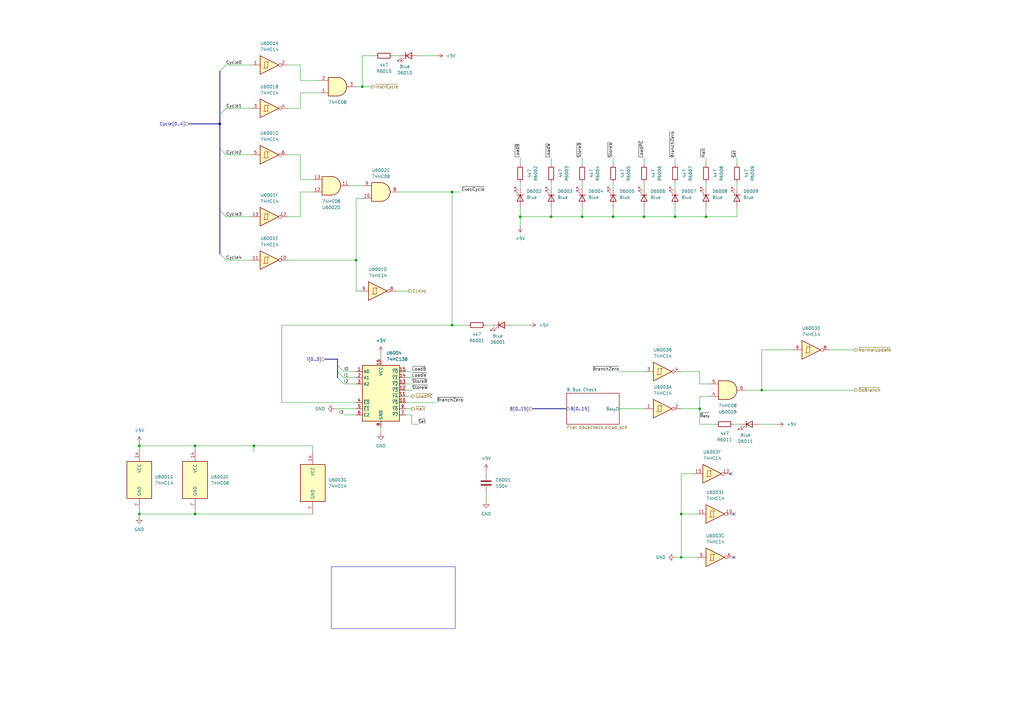
<source format=kicad_sch>
(kicad_sch (version 20231120) (generator "eeschema") (generator_version "8.0")
  (paper "A3")
  (lib_symbols
    (symbol "74xx:74HC138"
      (property "Reference" "U" (at -7.62 13.97 0))
      (property "Value" "74HC138" (at 2.54 -11.43 0))
      (symbol "74HC138_0_1"
        (rectangle (start -7.62 12.7) (end 7.62 -10.16) (stroke (width 0.254)) (fill (type background)))
      )
      (symbol "74HC138_1_1"
        (pin input line (at -10.16 10.16 0) (length 2.54) (name "A0") (number "1"))
        (pin output line (at 10.16 -2.54 180) (length 2.54) (name "~{Y5}") (number "10"))
        (pin output line (at 10.16 0 180) (length 2.54) (name "~{Y4}") (number "11"))
        (pin output line (at 10.16 2.54 180) (length 2.54) (name "~{Y3}") (number "12"))
        (pin output line (at 10.16 5.08 180) (length 2.54) (name "~{Y2}") (number "13"))
        (pin output line (at 10.16 7.62 180) (length 2.54) (name "~{Y1}") (number "14"))
        (pin output line (at 10.16 10.16 180) (length 2.54) (name "~{Y0}") (number "15"))
        (pin power_in line (at 0 15.24 270) (length 2.54) (name "VCC") (number "16"))
        (pin input line (at -10.16 7.62 0) (length 2.54) (name "A1") (number "2"))
        (pin input line (at -10.16 5.08 0) (length 2.54) (name "A2") (number "3"))
        (pin input line (at -10.16 -2.54 0) (length 2.54) (name "~{E0}") (number "4"))
        (pin input line (at -10.16 -5.08 0) (length 2.54) (name "~{E1}") (number "5"))
        (pin input line (at -10.16 -7.62 0) (length 2.54) (name "E2") (number "6"))
        (pin output line (at 10.16 -7.62 180) (length 2.54) (name "~{Y7}") (number "7"))
        (pin power_in line (at 0 -12.7 90) (length 2.54) (name "GND") (number "8"))
        (pin output line (at 10.16 -5.08 180) (length 2.54) (name "~{Y6}") (number "9"))
      )
    )
    (symbol "74xx:74HC14" (pin_names (offset 1.016))
      (property "Reference" "U" (at 0 1.27 0))
      (property "Value" "74HC14" (at 0 -1.27 0))
      (symbol "74HC14_1_0"
        (polyline (pts (xy -3.81 3.81) (xy -3.81 -3.81) (xy 3.81 0) (xy -3.81 3.81)) (stroke (width 0.254)) (fill (type background)))
        (pin input line (at -7.62 0 0) (length 3.81) (name "~") (number "1"))
        (pin output inverted (at 7.62 0 180) (length 3.81) (name "~") (number "2"))
      )
      (symbol "74HC14_1_1"
        (polyline (pts (xy -1.905 -1.27) (xy -1.905 1.27) (xy -0.635 1.27)))
        (polyline (pts (xy -2.54 -1.27) (xy -0.635 -1.27) (xy -0.635 1.27) (xy 0 1.27)))
      )
      (symbol "74HC14_2_0"
        (polyline (pts (xy -3.81 3.81) (xy -3.81 -3.81) (xy 3.81 0) (xy -3.81 3.81)) (stroke (width 0.254)) (fill (type background)))
        (pin input line (at -7.62 0 0) (length 3.81) (name "~") (number "3"))
        (pin output inverted (at 7.62 0 180) (length 3.81) (name "~") (number "4"))
      )
      (symbol "74HC14_2_1"
        (polyline (pts (xy -1.905 -1.27) (xy -1.905 1.27) (xy -0.635 1.27)))
        (polyline (pts (xy -2.54 -1.27) (xy -0.635 -1.27) (xy -0.635 1.27) (xy 0 1.27)))
      )
      (symbol "74HC14_3_0"
        (polyline (pts (xy -3.81 3.81) (xy -3.81 -3.81) (xy 3.81 0) (xy -3.81 3.81)) (stroke (width 0.254)) (fill (type background)))
        (pin input line (at -7.62 0 0) (length 3.81) (name "~") (number "5"))
        (pin output inverted (at 7.62 0 180) (length 3.81) (name "~") (number "6"))
      )
      (symbol "74HC14_3_1"
        (polyline (pts (xy -1.905 -1.27) (xy -1.905 1.27) (xy -0.635 1.27)))
        (polyline (pts (xy -2.54 -1.27) (xy -0.635 -1.27) (xy -0.635 1.27) (xy 0 1.27)))
      )
      (symbol "74HC14_4_0"
        (polyline (pts (xy -3.81 3.81) (xy -3.81 -3.81) (xy 3.81 0) (xy -3.81 3.81)) (stroke (width 0.254)) (fill (type background)))
        (pin output inverted (at 7.62 0 180) (length 3.81) (name "~") (number "8"))
        (pin input line (at -7.62 0 0) (length 3.81) (name "~") (number "9"))
      )
      (symbol "74HC14_4_1"
        (polyline (pts (xy -1.905 -1.27) (xy -1.905 1.27) (xy -0.635 1.27)))
        (polyline (pts (xy -2.54 -1.27) (xy -0.635 -1.27) (xy -0.635 1.27) (xy 0 1.27)))
      )
      (symbol "74HC14_5_0"
        (polyline (pts (xy -3.81 3.81) (xy -3.81 -3.81) (xy 3.81 0) (xy -3.81 3.81)) (stroke (width 0.254)) (fill (type background)))
        (pin output inverted (at 7.62 0 180) (length 3.81) (name "~") (number "10"))
        (pin input line (at -7.62 0 0) (length 3.81) (name "~") (number "11"))
      )
      (symbol "74HC14_5_1"
        (polyline (pts (xy -1.905 -1.27) (xy -1.905 1.27) (xy -0.635 1.27)))
        (polyline (pts (xy -2.54 -1.27) (xy -0.635 -1.27) (xy -0.635 1.27) (xy 0 1.27)))
      )
      (symbol "74HC14_6_0"
        (polyline (pts (xy -3.81 3.81) (xy -3.81 -3.81) (xy 3.81 0) (xy -3.81 3.81)) (stroke (width 0.254)) (fill (type background)))
        (pin output inverted (at 7.62 0 180) (length 3.81) (name "~") (number "12"))
        (pin input line (at -7.62 0 0) (length 3.81) (name "~") (number "13"))
      )
      (symbol "74HC14_6_1"
        (polyline (pts (xy -1.905 -1.27) (xy -1.905 1.27) (xy -0.635 1.27)))
        (polyline (pts (xy -2.54 -1.27) (xy -0.635 -1.27) (xy -0.635 1.27) (xy 0 1.27)))
      )
      (symbol "74HC14_7_0"
        (pin power_in line (at 0 12.7 270) (length 5.08) (name "VCC") (number "14"))
        (pin power_in line (at 0 -12.7 90) (length 5.08) (name "GND") (number "7"))
      )
      (symbol "74HC14_7_1"
        (rectangle (start -5.08 7.62) (end 5.08 -7.62) (stroke (width 0.254)) (fill (type background)))
      )
    )
    (symbol "74xx:74LS08" (pin_names (offset 1.016))
      (property "Reference" "U" (at 0 1.27 0))
      (property "Value" "74LS08" (at 0 -1.27 0))
      (symbol "74LS08_1_1"
        (arc (start 0 -3.81) (mid 3.7934 0) (end 0 3.81) (stroke (width 0.254)) (fill (type background)))
        (polyline (pts (xy 0 3.81) (xy -3.81 3.81) (xy -3.81 -3.81) (xy 0 -3.81)) (stroke (width 0.254)) (fill (type background)))
        (pin input line (at -7.62 2.54 0) (length 3.81) (name "~") (number "1"))
        (pin input line (at -7.62 -2.54 0) (length 3.81) (name "~") (number "2"))
        (pin output line (at 7.62 0 180) (length 3.81) (name "~") (number "3"))
      )
      (symbol "74LS08_1_2"
        (arc (start -3.81 -3.81) (mid -2.589 0) (end -3.81 3.81) (stroke (width 0.254)))
        (arc (start -0.6096 -3.81) (mid 2.1842 -2.5851) (end 3.81 0) (stroke (width 0.254)) (fill (type background)))
        (polyline (pts (xy -3.81 -3.81) (xy -0.635 -3.81)) (stroke (width 0.254)) (fill (type background)))
        (polyline (pts (xy -3.81 3.81) (xy -0.635 3.81)) (stroke (width 0.254)) (fill (type background)))
        (polyline (pts (xy -0.635 3.81) (xy -3.81 3.81) (xy -3.81 3.81) (xy -3.556 3.4036) (xy -3.0226 2.2606) (xy -2.6924 1.0414) (xy -2.6162 -0.254) (xy -2.7686 -1.4986) (xy -3.175 -2.7178) (xy -3.81 -3.81) (xy -3.81 -3.81) (xy -0.635 -3.81)) (stroke (width -25.4)) (fill (type background)))
        (arc (start 3.81 0) (mid 2.1915 2.5936) (end -0.6096 3.81) (stroke (width 0.254)) (fill (type background)))
        (pin input inverted (at -7.62 2.54 0) (length 4.318) (name "~") (number "1"))
        (pin input inverted (at -7.62 -2.54 0) (length 4.318) (name "~") (number "2"))
        (pin output inverted (at 7.62 0 180) (length 3.81) (name "~") (number "3"))
      )
      (symbol "74LS08_2_1"
        (arc (start 0 -3.81) (mid 3.7934 0) (end 0 3.81) (stroke (width 0.254)) (fill (type background)))
        (polyline (pts (xy 0 3.81) (xy -3.81 3.81) (xy -3.81 -3.81) (xy 0 -3.81)) (stroke (width 0.254)) (fill (type background)))
        (pin input line (at -7.62 2.54 0) (length 3.81) (name "~") (number "4"))
        (pin input line (at -7.62 -2.54 0) (length 3.81) (name "~") (number "5"))
        (pin output line (at 7.62 0 180) (length 3.81) (name "~") (number "6"))
      )
      (symbol "74LS08_2_2"
        (arc (start -3.81 -3.81) (mid -2.589 0) (end -3.81 3.81) (stroke (width 0.254)))
        (arc (start -0.6096 -3.81) (mid 2.1842 -2.5851) (end 3.81 0) (stroke (width 0.254)) (fill (type background)))
        (polyline (pts (xy -3.81 -3.81) (xy -0.635 -3.81)) (stroke (width 0.254)) (fill (type background)))
        (polyline (pts (xy -3.81 3.81) (xy -0.635 3.81)) (stroke (width 0.254)) (fill (type background)))
        (polyline (pts (xy -0.635 3.81) (xy -3.81 3.81) (xy -3.81 3.81) (xy -3.556 3.4036) (xy -3.0226 2.2606) (xy -2.6924 1.0414) (xy -2.6162 -0.254) (xy -2.7686 -1.4986) (xy -3.175 -2.7178) (xy -3.81 -3.81) (xy -3.81 -3.81) (xy -0.635 -3.81)) (stroke (width -25.4)) (fill (type background)))
        (arc (start 3.81 0) (mid 2.1915 2.5936) (end -0.6096 3.81) (stroke (width 0.254)) (fill (type background)))
        (pin input inverted (at -7.62 2.54 0) (length 4.318) (name "~") (number "4"))
        (pin input inverted (at -7.62 -2.54 0) (length 4.318) (name "~") (number "5"))
        (pin output inverted (at 7.62 0 180) (length 3.81) (name "~") (number "6"))
      )
      (symbol "74LS08_3_1"
        (arc (start 0 -3.81) (mid 3.7934 0) (end 0 3.81) (stroke (width 0.254)) (fill (type background)))
        (polyline (pts (xy 0 3.81) (xy -3.81 3.81) (xy -3.81 -3.81) (xy 0 -3.81)) (stroke (width 0.254)) (fill (type background)))
        (pin input line (at -7.62 -2.54 0) (length 3.81) (name "~") (number "10"))
        (pin output line (at 7.62 0 180) (length 3.81) (name "~") (number "8"))
        (pin input line (at -7.62 2.54 0) (length 3.81) (name "~") (number "9"))
      )
      (symbol "74LS08_3_2"
        (arc (start -3.81 -3.81) (mid -2.589 0) (end -3.81 3.81) (stroke (width 0.254)))
        (arc (start -0.6096 -3.81) (mid 2.1842 -2.5851) (end 3.81 0) (stroke (width 0.254)) (fill (type background)))
        (polyline (pts (xy -3.81 -3.81) (xy -0.635 -3.81)) (stroke (width 0.254)) (fill (type background)))
        (polyline (pts (xy -3.81 3.81) (xy -0.635 3.81)) (stroke (width 0.254)) (fill (type background)))
        (polyline (pts (xy -0.635 3.81) (xy -3.81 3.81) (xy -3.81 3.81) (xy -3.556 3.4036) (xy -3.0226 2.2606) (xy -2.6924 1.0414) (xy -2.6162 -0.254) (xy -2.7686 -1.4986) (xy -3.175 -2.7178) (xy -3.81 -3.81) (xy -3.81 -3.81) (xy -0.635 -3.81)) (stroke (width -25.4)) (fill (type background)))
        (arc (start 3.81 0) (mid 2.1915 2.5936) (end -0.6096 3.81) (stroke (width 0.254)) (fill (type background)))
        (pin input inverted (at -7.62 -2.54 0) (length 4.318) (name "~") (number "10"))
        (pin output inverted (at 7.62 0 180) (length 3.81) (name "~") (number "8"))
        (pin input inverted (at -7.62 2.54 0) (length 4.318) (name "~") (number "9"))
      )
      (symbol "74LS08_4_1"
        (arc (start 0 -3.81) (mid 3.7934 0) (end 0 3.81) (stroke (width 0.254)) (fill (type background)))
        (polyline (pts (xy 0 3.81) (xy -3.81 3.81) (xy -3.81 -3.81) (xy 0 -3.81)) (stroke (width 0.254)) (fill (type background)))
        (pin output line (at 7.62 0 180) (length 3.81) (name "~") (number "11"))
        (pin input line (at -7.62 2.54 0) (length 3.81) (name "~") (number "12"))
        (pin input line (at -7.62 -2.54 0) (length 3.81) (name "~") (number "13"))
      )
      (symbol "74LS08_4_2"
        (arc (start -3.81 -3.81) (mid -2.589 0) (end -3.81 3.81) (stroke (width 0.254)))
        (arc (start -0.6096 -3.81) (mid 2.1842 -2.5851) (end 3.81 0) (stroke (width 0.254)) (fill (type background)))
        (polyline (pts (xy -3.81 -3.81) (xy -0.635 -3.81)) (stroke (width 0.254)) (fill (type background)))
        (polyline (pts (xy -3.81 3.81) (xy -0.635 3.81)) (stroke (width 0.254)) (fill (type background)))
        (polyline (pts (xy -0.635 3.81) (xy -3.81 3.81) (xy -3.81 3.81) (xy -3.556 3.4036) (xy -3.0226 2.2606) (xy -2.6924 1.0414) (xy -2.6162 -0.254) (xy -2.7686 -1.4986) (xy -3.175 -2.7178) (xy -3.81 -3.81) (xy -3.81 -3.81) (xy -0.635 -3.81)) (stroke (width -25.4)) (fill (type background)))
        (arc (start 3.81 0) (mid 2.1915 2.5936) (end -0.6096 3.81) (stroke (width 0.254)) (fill (type background)))
        (pin output inverted (at 7.62 0 180) (length 3.81) (name "~") (number "11"))
        (pin input inverted (at -7.62 2.54 0) (length 4.318) (name "~") (number "12"))
        (pin input inverted (at -7.62 -2.54 0) (length 4.318) (name "~") (number "13"))
      )
      (symbol "74LS08_5_0"
        (pin power_in line (at 0 12.7 270) (length 5.08) (name "VCC") (number "14"))
        (pin power_in line (at 0 -12.7 90) (length 5.08) (name "GND") (number "7"))
      )
      (symbol "74LS08_5_1"
        (rectangle (start -5.08 7.62) (end 5.08 -7.62) (stroke (width 0.254)) (fill (type background)))
      )
    )
    (symbol "Device:C" (pin_numbers hide) (pin_names (offset 0.254))
      (property "Reference" "C" (at 0.635 2.54 0))
      (property "Value" "C" (at 0.635 -2.54 0))
      (symbol "C_0_1"
        (polyline (pts (xy -2.032 -0.762) (xy 2.032 -0.762)) (stroke (width 0.508)))
        (polyline (pts (xy -2.032 0.762) (xy 2.032 0.762)) (stroke (width 0.508)))
      )
      (symbol "C_1_1"
        (pin passive line (at 0 3.81 270) (length 2.794) (name "~") (number "1"))
        (pin passive line (at 0 -3.81 90) (length 2.794) (name "~") (number "2"))
      )
    )
    (symbol "Device:LED" (pin_numbers hide) (pin_names (offset 1.016) hide)
      (property "Reference" "D" (at 0 2.54 0))
      (property "Value" "LED" (at 0 -2.54 0))
      (symbol "LED_0_1"
        (polyline (pts (xy -1.27 -1.27) (xy -1.27 1.27)) (stroke (width 0.254)))
        (polyline (pts (xy -1.27 0) (xy 1.27 0)))
        (polyline (pts (xy 1.27 -1.27) (xy 1.27 1.27) (xy -1.27 0) (xy 1.27 -1.27)) (stroke (width 0.254)))
        (polyline (pts (xy -3.048 -0.762) (xy -4.572 -2.286) (xy -3.81 -2.286) (xy -4.572 -2.286) (xy -4.572 -1.524)))
        (polyline (pts (xy -1.778 -0.762) (xy -3.302 -2.286) (xy -2.54 -2.286) (xy -3.302 -2.286) (xy -3.302 -1.524)))
      )
      (symbol "LED_1_1"
        (pin passive line (at -3.81 0 0) (length 2.54) (name "K") (number "1"))
        (pin passive line (at 3.81 0 180) (length 2.54) (name "A") (number "2"))
      )
    )
    (symbol "Device:R" (pin_numbers hide) (pin_names (offset 0))
      (property "Reference" "R" (at 2.032 0 90))
      (property "Value" "R" (at 0 0 90))
      (symbol "R_0_1"
        (rectangle (start -1.016 -2.54) (end 1.016 2.54) (stroke (width 0.254)))
      )
      (symbol "R_1_1"
        (pin passive line (at 0 3.81 270) (length 1.27) (name "~") (number "1"))
        (pin passive line (at 0 -3.81 90) (length 1.27) (name "~") (number "2"))
      )
    )
    (symbol "power:+5V" (power) (pin_numbers hide) (pin_names (offset 0) hide)
      (property "Value" "+5V" (at 0 3.556 0))
      (symbol "+5V_0_1"
        (polyline (pts (xy -0.762 1.27) (xy 0 2.54)))
        (polyline (pts (xy 0 0) (xy 0 2.54)))
        (polyline (pts (xy 0 2.54) (xy 0.762 1.27)))
      )
      (symbol "+5V_1_1"
        (pin power_in line (at 0 0 90) (length 0) (name "~") (number "1"))
      )
    )
    (symbol "power:GND" (power) (pin_numbers hide) (pin_names (offset 0) hide)
      (property "Value" "GND" (at 0 -3.81 0))
      (symbol "GND_0_1"
        (polyline (pts (xy 0 0) (xy 0 -1.27) (xy 1.27 -1.27) (xy 0 -2.54) (xy -1.27 -1.27) (xy 0 -1.27)))
      )
      (symbol "GND_1_1"
        (pin power_in line (at 0 0 270) (length 0) (name "~") (number "1"))
      )
    )
  )
  (junction (at 287.02 167.64))
  (junction (at 289.56 88.9))
  (junction (at 146.05 106.68))
  (junction (at 57.15 210.82))
  (junction (at 276.86 88.9))
  (junction (at 312.42 160.02))
  (junction (at 213.36 88.9))
  (junction (at 57.15 182.88))
  (junction (at 185.42 78.74))
  (junction (at 104.14 182.88))
  (junction (at 226.06 88.9))
  (junction (at 238.76 88.9))
  (junction (at 80.01 182.88))
  (junction (at 251.46 88.9))
  (junction (at 148.59 35.56))
  (junction (at 185.42 133.35))
  (junction (at 279.4 228.6))
  (junction (at 80.01 210.82))
  (junction (at 90.17 50.8))
  (junction (at 264.16 88.9))
  (junction (at 279.4 210.82))
  (no_connect (at 300.99 210.82))
  (no_connect (at 299.72 194.31))
  (no_connect (at 300.99 228.6))
  (bus_entry (at 90.17 86.36) (size 2.54 2.54))
  (bus_entry (at 90.17 29.21) (size 2.54 -2.54))
  (bus_entry (at 138.43 154.94) (size 2.54 2.54))
  (bus_entry (at 138.43 152.4) (size 2.54 2.54))
  (bus_entry (at 90.17 46.99) (size 2.54 -2.54))
  (bus_entry (at 90.17 60.96) (size 2.54 2.54))
  (bus_entry (at 90.17 104.14) (size 2.54 2.54))
  (bus_entry (at 138.43 149.86) (size 2.54 2.54))
  (bus (pts (xy 90.17 46.99) (xy 90.17 50.8)))
  (bus (pts (xy 138.43 147.32) (xy 138.43 149.86)))
  (wire (pts (xy 226.06 64.77) (xy 226.06 67.31)))
  (wire (pts (xy 279.4 167.64) (xy 287.02 167.64)))
  (bus (pts (xy 138.43 152.4) (xy 138.43 154.94)))
  (wire (pts (xy 163.83 22.86) (xy 161.29 22.86)))
  (wire (pts (xy 92.71 63.5) (xy 102.87 63.5)))
  (wire (pts (xy 140.97 157.48) (xy 146.05 157.48)))
  (wire (pts (xy 118.11 106.68) (xy 146.05 106.68)))
  (bus (pts (xy 138.43 149.86) (xy 138.43 152.4)))
  (bus (pts (xy 133.35 147.32) (xy 138.43 147.32)))
  (wire (pts (xy 57.15 182.88) (xy 57.15 184.15)))
  (wire (pts (xy 306.07 160.02) (xy 312.42 160.02)))
  (bus (pts (xy 218.44 167.64) (xy 232.41 167.64)))
  (wire (pts (xy 251.46 85.09) (xy 251.46 88.9)))
  (bus (pts (xy 77.47 50.8) (xy 90.17 50.8)))
  (bus (pts (xy 90.17 50.8) (xy 90.17 60.96)))
  (wire (pts (xy 238.76 88.9) (xy 251.46 88.9)))
  (wire (pts (xy 279.4 194.31) (xy 284.48 194.31)))
  (wire (pts (xy 287.02 152.4) (xy 287.02 157.48)))
  (wire (pts (xy 156.21 175.26) (xy 156.21 177.8)))
  (wire (pts (xy 163.83 78.74) (xy 185.42 78.74)))
  (wire (pts (xy 254 152.4) (xy 264.16 152.4)))
  (wire (pts (xy 251.46 64.77) (xy 251.46 67.31)))
  (wire (pts (xy 162.56 119.38) (xy 167.64 119.38)))
  (wire (pts (xy 57.15 182.88) (xy 80.01 182.88)))
  (wire (pts (xy 57.15 210.82) (xy 57.15 212.09)))
  (wire (pts (xy 140.97 170.18) (xy 146.05 170.18)))
  (wire (pts (xy 238.76 74.93) (xy 238.76 77.47)))
  (wire (pts (xy 166.37 162.56) (xy 168.91 162.56)))
  (wire (pts (xy 311.15 173.99) (xy 318.77 173.99)))
  (wire (pts (xy 279.4 228.6) (xy 285.75 228.6)))
  (wire (pts (xy 140.97 154.94) (xy 146.05 154.94)))
  (bus (pts (xy 90.17 60.96) (xy 90.17 86.36)))
  (wire (pts (xy 213.36 88.9) (xy 213.36 92.71)))
  (wire (pts (xy 123.19 88.9) (xy 123.19 78.74)))
  (wire (pts (xy 238.76 85.09) (xy 238.76 88.9)))
  (bus (pts (xy 90.17 86.36) (xy 90.17 104.14)))
  (wire (pts (xy 213.36 88.9) (xy 226.06 88.9)))
  (wire (pts (xy 276.86 85.09) (xy 276.86 88.9)))
  (wire (pts (xy 287.02 167.64) (xy 287.02 173.99)))
  (wire (pts (xy 213.36 85.09) (xy 213.36 88.9)))
  (wire (pts (xy 185.42 133.35) (xy 191.77 133.35)))
  (wire (pts (xy 276.86 228.6) (xy 279.4 228.6)))
  (wire (pts (xy 168.91 170.18) (xy 166.37 170.18)))
  (wire (pts (xy 264.16 88.9) (xy 276.86 88.9)))
  (wire (pts (xy 146.05 81.28) (xy 146.05 106.68)))
  (wire (pts (xy 140.97 152.4) (xy 146.05 152.4)))
  (wire (pts (xy 276.86 88.9) (xy 289.56 88.9)))
  (wire (pts (xy 302.26 74.93) (xy 302.26 77.47)))
  (wire (pts (xy 287.02 167.64) (xy 287.02 162.56)))
  (wire (pts (xy 118.11 88.9) (xy 123.19 88.9)))
  (wire (pts (xy 57.15 210.82) (xy 80.01 210.82)))
  (wire (pts (xy 128.27 182.88) (xy 128.27 185.42)))
  (wire (pts (xy 185.42 133.35) (xy 115.57 133.35)))
  (wire (pts (xy 130.81 38.1) (xy 123.19 38.1)))
  (wire (pts (xy 104.14 182.88) (xy 128.27 182.88)))
  (wire (pts (xy 57.15 209.55) (xy 57.15 210.82)))
  (wire (pts (xy 123.19 26.67) (xy 123.19 33.02)))
  (wire (pts (xy 123.19 73.66) (xy 128.27 73.66)))
  (wire (pts (xy 213.36 74.93) (xy 213.36 77.47)))
  (wire (pts (xy 92.71 26.67) (xy 102.87 26.67)))
  (wire (pts (xy 251.46 74.93) (xy 251.46 77.47)))
  (wire (pts (xy 168.91 173.99) (xy 168.91 170.18)))
  (wire (pts (xy 80.01 210.82) (xy 128.27 210.82)))
  (wire (pts (xy 146.05 35.56) (xy 148.59 35.56)))
  (wire (pts (xy 148.59 35.56) (xy 148.59 22.86)))
  (wire (pts (xy 276.86 74.93) (xy 276.86 77.47)))
  (wire (pts (xy 276.86 64.77) (xy 276.86 67.31)))
  (wire (pts (xy 289.56 64.77) (xy 289.56 67.31)))
  (wire (pts (xy 226.06 88.9) (xy 238.76 88.9)))
  (wire (pts (xy 199.39 201.93) (xy 199.39 205.74)))
  (wire (pts (xy 171.45 22.86) (xy 179.07 22.86)))
  (wire (pts (xy 279.4 152.4) (xy 287.02 152.4)))
  (wire (pts (xy 312.42 160.02) (xy 350.52 160.02)))
  (wire (pts (xy 92.71 106.68) (xy 102.87 106.68)))
  (wire (pts (xy 115.57 165.1) (xy 146.05 165.1)))
  (wire (pts (xy 118.11 26.67) (xy 123.19 26.67)))
  (wire (pts (xy 201.93 133.35) (xy 199.39 133.35)))
  (wire (pts (xy 264.16 85.09) (xy 264.16 88.9)))
  (wire (pts (xy 80.01 182.88) (xy 80.01 184.15)))
  (wire (pts (xy 148.59 35.56) (xy 152.4 35.56)))
  (wire (pts (xy 289.56 88.9) (xy 302.26 88.9)))
  (wire (pts (xy 302.26 64.77) (xy 302.26 67.31)))
  (wire (pts (xy 312.42 143.51) (xy 312.42 160.02)))
  (wire (pts (xy 57.15 181.61) (xy 57.15 182.88)))
  (wire (pts (xy 279.4 228.6) (xy 279.4 210.82)))
  (wire (pts (xy 302.26 88.9) (xy 302.26 85.09)))
  (wire (pts (xy 168.91 173.99) (xy 171.45 173.99)))
  (wire (pts (xy 209.55 133.35) (xy 217.17 133.35)))
  (wire (pts (xy 123.19 38.1) (xy 123.19 44.45)))
  (wire (pts (xy 166.37 165.1) (xy 179.07 165.1)))
  (wire (pts (xy 185.42 78.74) (xy 189.23 78.74)))
  (bus (pts (xy 90.17 29.21) (xy 90.17 46.99)))
  (wire (pts (xy 166.37 152.4) (xy 168.91 152.4)))
  (wire (pts (xy 148.59 81.28) (xy 146.05 81.28)))
  (wire (pts (xy 264.16 74.93) (xy 264.16 77.47)))
  (wire (pts (xy 166.37 154.94) (xy 168.91 154.94)))
  (wire (pts (xy 279.4 210.82) (xy 285.75 210.82)))
  (wire (pts (xy 287.02 162.56) (xy 290.83 162.56)))
  (wire (pts (xy 166.37 160.02) (xy 168.91 160.02)))
  (wire (pts (xy 156.21 144.78) (xy 156.21 147.32)))
  (wire (pts (xy 251.46 88.9) (xy 264.16 88.9)))
  (wire (pts (xy 146.05 119.38) (xy 147.32 119.38)))
  (wire (pts (xy 143.51 76.2) (xy 148.59 76.2)))
  (wire (pts (xy 287.02 173.99) (xy 293.37 173.99)))
  (wire (pts (xy 80.01 182.88) (xy 104.14 182.88)))
  (wire (pts (xy 166.37 157.48) (xy 168.91 157.48)))
  (wire (pts (xy 92.71 88.9) (xy 102.87 88.9)))
  (wire (pts (xy 104.14 182.88) (xy 104.14 185.42)))
  (wire (pts (xy 123.19 33.02) (xy 130.81 33.02)))
  (wire (pts (xy 146.05 106.68) (xy 146.05 119.38)))
  (wire (pts (xy 289.56 85.09) (xy 289.56 88.9)))
  (wire (pts (xy 287.02 157.48) (xy 290.83 157.48)))
  (wire (pts (xy 115.57 133.35) (xy 115.57 165.1)))
  (wire (pts (xy 289.56 74.93) (xy 289.56 77.47)))
  (wire (pts (xy 148.59 22.86) (xy 153.67 22.86)))
  (wire (pts (xy 279.4 210.82) (xy 279.4 194.31)))
  (wire (pts (xy 238.76 64.77) (xy 238.76 67.31)))
  (wire (pts (xy 340.36 143.51) (xy 350.52 143.51)))
  (wire (pts (xy 325.12 143.51) (xy 312.42 143.51)))
  (wire (pts (xy 118.11 63.5) (xy 123.19 63.5)))
  (wire (pts (xy 123.19 78.74) (xy 128.27 78.74)))
  (wire (pts (xy 92.71 44.45) (xy 102.87 44.45)))
  (wire (pts (xy 213.36 64.77) (xy 213.36 67.31)))
  (wire (pts (xy 226.06 85.09) (xy 226.06 88.9)))
  (wire (pts (xy 137.16 167.64) (xy 146.05 167.64)))
  (wire (pts (xy 264.16 64.77) (xy 264.16 67.31)))
  (wire (pts (xy 226.06 74.93) (xy 226.06 77.47)))
  (wire (pts (xy 199.39 194.31) (xy 199.39 193.04)))
  (wire (pts (xy 166.37 167.64) (xy 168.91 167.64)))
  (wire (pts (xy 254 167.64) (xy 264.16 167.64)))
  (wire (pts (xy 303.53 173.99) (xy 300.99 173.99)))
  (wire (pts (xy 123.19 44.45) (xy 118.11 44.45)))
  (wire (pts (xy 123.19 63.5) (xy 123.19 73.66)))
  (wire (pts (xy 80.01 210.82) (xy 80.01 209.55)))
  (wire (pts (xy 185.42 78.74) (xy 185.42 133.35)))
  (text_box "" (at 135.89 232.41 0) (size 50.8 25.4) (effects (font (size 1.27 1.27)) (justify left top)))
  (label "Cycle0" (at 92.71 26.67 0))
  (label "~{BranchZero}" (at 254 152.4 180))
  (label "~{StoreB}" (at 238.76 64.77 90))
  (label "I1" (at 140.97 154.94 0))
  (label "~{Halt}" (at 289.56 64.77 90))
  (label "~{ExecCycle}" (at 189.23 78.74 0))
  (label "I2" (at 140.97 157.48 0))
  (label "Cycle3" (at 92.71 88.9 0))
  (label "I3" (at 140.97 170.18 180))
  (label "~{StoreW}" (at 251.46 64.77 90))
  (label "~{LoadB}" (at 168.91 152.4 0))
  (label "~{BranchZero}" (at 179.07 165.1 0))
  (label "~{Set}" (at 302.26 64.77 90))
  (label "I0" (at 140.97 152.4 0))
  (label "~{StoreW}" (at 168.91 160.02 0))
  (label "~{B_{any}}" (at 287.02 171.45 0))
  (label "Cycle1" (at 92.71 44.45 0))
  (label "~{StoreB}" (at 168.91 157.48 0))
  (label "~{LoadB}" (at 213.36 64.77 90))
  (label "~{BranchZero}" (at 276.86 64.77 90))
  (label "Cycle4" (at 92.71 106.68 0))
  (label "Cycle2" (at 92.71 63.5 0))
  (label "~{Set}" (at 171.45 173.99 0))
  (label "~{LoadW}" (at 168.91 154.94 0))
  (label "~{LoadW}" (at 226.06 64.77 90))
  (label "~{LoadPC}" (at 264.16 64.77 90))
  (hierarchical_label "~{InstrCycle}" (shape output) (at 152.4 35.56 0))
  (hierarchical_label "~{NormalUpdate}" (shape output) (at 350.52 143.51 0))
  (hierarchical_label "~{Halt}" (shape output) (at 168.91 167.64 0))
  (hierarchical_label "I[0..3]" (shape input) (at 133.35 147.32 180))
  (hierarchical_label "B[0..15]" (shape input) (at 218.44 167.64 180))
  (hierarchical_label "~{LoadPC}" (shape output) (at 168.91 162.56 0))
  (hierarchical_label "Cycle[0..4]" (shape input) (at 77.47 50.8 180))
  (hierarchical_label "~{DoBranch}" (shape output) (at 350.52 160.02 0))
  (hierarchical_label "CLK_{PC}" (shape output) (at 167.64 119.38 0))
  (symbol (lib_id "Device:LED") (at 307.34 173.99 0) (unit 1)
    (property "Reference" "D6011" (at 305.7525 180.975 0))
    (property "Value" "Blue" (at 305.7525 178.435 0))
    (property "Footprint" "LED_SMD:LED_0603_1608Metric" (effects (hide yes)))
    (property "LCSC" "C72041" (effects (hide yes)))
  )
  (symbol (lib_id "power:GND") (at 57.15 212.09 0) (unit 1)
    (property "Reference" "#PWR06002" (effects (hide yes)))
    (property "Value" "GND" (at 57.15 217.17 0))
    (property "Description" "Power symbol creates a global label with name \"GND\" , ground" (effects (hide yes)))
  )
  (symbol (lib_id "Device:LED") (at 302.26 81.28 270) (unit 1)
    (property "Reference" "D6009" (at 304.8 78.4224 90) (effects (justify left)))
    (property "Value" "Blue" (at 304.8 80.9624 90) (effects (justify left)))
    (property "Footprint" "LED_SMD:LED_0603_1608Metric" (effects (hide yes)))
    (property "LCSC" "C72041" (effects (hide yes)))
  )
  (symbol (lib_id "74xx:74LS08") (at 80.01 196.85 0) (unit 5)
    (property "Reference" "U6002" (at 86.36 195.5799 0) (effects (justify left)))
    (property "Value" "74HC08" (at 86.36 198.1199 0) (effects (justify left)))
    (property "Footprint" "Package_SO:SOIC-14_3.9x8.7mm_P1.27mm" (effects (hide yes)))
    (property "Datasheet" "https://www.lcsc.com/datasheet/lcsc_datasheet_2407241044_Nexperia-74HC08D-653_C5593.pdf" (effects (hide yes)))
    (property "Description" "Quad And2" (effects (hide yes)))
    (property "LCSC" "C5593" (effects (hide yes)))
  )
  (symbol (lib_id "Device:LED") (at 167.64 22.86 0) (unit 1)
    (property "Reference" "D6010" (at 166.0525 29.845 0))
    (property "Value" "Blue" (at 166.0525 27.305 0))
    (property "Footprint" "LED_SMD:LED_0603_1608Metric" (effects (hide yes)))
    (property "LCSC" "C72041" (effects (hide yes)))
  )
  (symbol (lib_id "74xx:74HC14") (at 110.49 88.9 0) (unit 6)
    (property "Reference" "U6001" (at 110.49 80.01 0))
    (property "Value" "74HC14" (at 110.49 82.55 0))
    (property "Footprint" "Package_SO:SOIC-14_3.9x8.7mm_P1.27mm" (effects (hide yes)))
    (property "Datasheet" "https://www.lcsc.com/datasheet/lcsc_datasheet_2407241044_Nexperia-74HC14D-653_C5605.pdf" (effects (hide yes)))
    (property "Description" "Hex inverter schmitt trigger" (effects (hide yes)))
    (property "LCSC" "C5605" (effects (hide yes)))
  )
  (symbol (lib_id "74xx:74LS08") (at 298.45 160.02 0) (mirror x) (unit 2)
    (property "Reference" "U6002" (at 298.4417 168.91 0))
    (property "Value" "74HC08" (at 298.4417 166.37 0))
    (property "Footprint" "Package_SO:SOIC-14_3.9x8.7mm_P1.27mm" (effects (hide yes)))
    (property "Datasheet" "https://www.lcsc.com/datasheet/lcsc_datasheet_2407241044_Nexperia-74HC08D-653_C5593.pdf" (effects (hide yes)))
    (property "Description" "Quad And2" (effects (hide yes)))
    (property "LCSC" "C5593" (effects (hide yes)))
  )
  (symbol (lib_id "Device:LED") (at 238.76 81.28 270) (unit 1)
    (property "Reference" "D6004" (at 241.3 78.4224 90) (effects (justify left)))
    (property "Value" "Blue" (at 241.3 80.9624 90) (effects (justify left)))
    (property "Footprint" "LED_SMD:LED_0603_1608Metric" (effects (hide yes)))
    (property "LCSC" "C72041" (effects (hide yes)))
  )
  (symbol (lib_id "74xx:74LS08") (at 135.89 76.2 0) (mirror x) (unit 4)
    (property "Reference" "U6002" (at 135.8817 85.09 0))
    (property "Value" "74HC08" (at 135.8817 82.55 0))
    (property "Footprint" "Package_SO:SOIC-14_3.9x8.7mm_P1.27mm" (effects (hide yes)))
    (property "Datasheet" "https://www.lcsc.com/datasheet/lcsc_datasheet_2407241044_Nexperia-74HC08D-653_C5593.pdf" (effects (hide yes)))
    (property "Description" "Quad And2" (effects (hide yes)))
    (property "LCSC" "C5593" (effects (hide yes)))
  )
  (symbol (lib_id "power:GND") (at 156.21 177.8 0) (unit 1)
    (property "Reference" "#PWR06005" (effects (hide yes)))
    (property "Value" "GND" (at 156.21 182.88 0))
    (property "Description" "Power symbol creates a global label with name \"GND\" , ground" (effects (hide yes)))
  )
  (symbol (lib_id "Device:LED") (at 213.36 81.28 270) (unit 1)
    (property "Reference" "D6002" (at 215.9 78.4224 90) (effects (justify left)))
    (property "Value" "Blue" (at 215.9 80.9624 90) (effects (justify left)))
    (property "Footprint" "LED_SMD:LED_0603_1608Metric" (effects (hide yes)))
    (property "LCSC" "C72041" (effects (hide yes)))
  )
  (symbol (lib_id "74xx:74HC14") (at 154.94 119.38 0) (unit 4)
    (property "Reference" "U6001" (at 154.94 110.49 0))
    (property "Value" "74HC14" (at 154.94 113.03 0))
    (property "Footprint" "Package_SO:SOIC-14_3.9x8.7mm_P1.27mm" (effects (hide yes)))
    (property "Datasheet" "https://www.lcsc.com/datasheet/lcsc_datasheet_2407241044_Nexperia-74HC14D-653_C5605.pdf" (effects (hide yes)))
    (property "Description" "Hex inverter schmitt trigger" (effects (hide yes)))
    (property "LCSC" "C5605" (effects (hide yes)))
  )
  (symbol (lib_id "Device:LED") (at 226.06 81.28 270) (unit 1)
    (property "Reference" "D6003" (at 228.6 78.4224 90) (effects (justify left)))
    (property "Value" "Blue" (at 228.6 80.9624 90) (effects (justify left)))
    (property "Footprint" "LED_SMD:LED_0603_1608Metric" (effects (hide yes)))
    (property "LCSC" "C72041" (effects (hide yes)))
  )
  (symbol (lib_id "Device:R") (at 297.18 173.99 90) (unit 1)
    (property "Reference" "R6011" (at 297.18 180.34 90))
    (property "Value" "4k7" (at 297.18 177.8 90))
    (property "Footprint" "Resistor_SMD:R_0603_1608Metric" (effects (hide yes)))
    (property "Datasheet" "https://datasheet.lcsc.com/lcsc/2206010116_UNI-ROYAL-Uniroyal-Elec-0603WAF4701T5E_C23162.pdf" (effects (hide yes)))
    (property "LCSC" "C23162" (effects (hide yes)))
  )
  (symbol (lib_id "Device:R") (at 264.16 71.12 180) (unit 1)
    (property "Reference" "R6006" (at 270.51 71.12 90))
    (property "Value" "4k7" (at 267.97 71.12 90))
    (property "Footprint" "Resistor_SMD:R_0603_1608Metric" (effects (hide yes)))
    (property "Datasheet" "https://datasheet.lcsc.com/lcsc/2206010116_UNI-ROYAL-Uniroyal-Elec-0603WAF4701T5E_C23162.pdf" (effects (hide yes)))
    (property "LCSC" "C23162" (effects (hide yes)))
  )
  (symbol (lib_id "Device:R") (at 226.06 71.12 180) (unit 1)
    (property "Reference" "R6003" (at 232.41 71.12 90))
    (property "Value" "4k7" (at 229.87 71.12 90))
    (property "Footprint" "Resistor_SMD:R_0603_1608Metric" (effects (hide yes)))
    (property "Datasheet" "https://datasheet.lcsc.com/lcsc/2206010116_UNI-ROYAL-Uniroyal-Elec-0603WAF4701T5E_C23162.pdf" (effects (hide yes)))
    (property "LCSC" "C23162" (effects (hide yes)))
  )
  (symbol (lib_id "Device:R") (at 289.56 71.12 180) (unit 1)
    (property "Reference" "R6008" (at 295.91 71.12 90))
    (property "Value" "4k7" (at 293.37 71.12 90))
    (property "Footprint" "Resistor_SMD:R_0603_1608Metric" (effects (hide yes)))
    (property "Datasheet" "https://datasheet.lcsc.com/lcsc/2206010116_UNI-ROYAL-Uniroyal-Elec-0603WAF4701T5E_C23162.pdf" (effects (hide yes)))
    (property "LCSC" "C23162" (effects (hide yes)))
  )
  (symbol (lib_id "Device:R") (at 157.48 22.86 90) (unit 1)
    (property "Reference" "R6010" (at 157.48 29.21 90))
    (property "Value" "4k7" (at 157.48 26.67 90))
    (property "Footprint" "Resistor_SMD:R_0603_1608Metric" (effects (hide yes)))
    (property "Datasheet" "https://datasheet.lcsc.com/lcsc/2206010116_UNI-ROYAL-Uniroyal-Elec-0603WAF4701T5E_C23162.pdf" (effects (hide yes)))
    (property "LCSC" "C23162" (effects (hide yes)))
  )
  (symbol (lib_id "74xx:74HC14") (at 110.49 63.5 0) (unit 3)
    (property "Reference" "U6001" (at 110.49 54.61 0))
    (property "Value" "74HC14" (at 110.49 57.15 0))
    (property "Footprint" "Package_SO:SOIC-14_3.9x8.7mm_P1.27mm" (effects (hide yes)))
    (property "Datasheet" "https://www.lcsc.com/datasheet/lcsc_datasheet_2407241044_Nexperia-74HC14D-653_C5605.pdf" (effects (hide yes)))
    (property "Description" "Hex inverter schmitt trigger" (effects (hide yes)))
    (property "LCSC" "C5605" (effects (hide yes)))
  )
  (symbol (lib_id "power:+5V") (at 179.07 22.86 270) (unit 1)
    (property "Reference" "#PWR06012" (effects (hide yes)))
    (property "Value" "+5V" (at 182.88 22.86 90) (effects (justify left)))
    (property "Description" "Power symbol creates a global label with name \"+5V\"" (effects (hide yes)))
  )
  (symbol (lib_id "power:+5V") (at 156.21 144.78 0) (unit 1)
    (property "Reference" "#PWR06004" (effects (hide yes)))
    (property "Value" "+5V" (at 156.21 139.7 0))
    (property "Description" "Power symbol creates a global label with name \"+5V\"" (effects (hide yes)))
  )
  (symbol (lib_id "power:+5V") (at 318.77 173.99 270) (unit 1)
    (property "Reference" "#PWR06013" (effects (hide yes)))
    (property "Value" "+5V" (at 322.58 173.99 90) (effects (justify left)))
    (property "Description" "Power symbol creates a global label with name \"+5V\"" (effects (hide yes)))
  )
  (symbol (lib_id "74xx:74HC14") (at 110.49 26.67 0) (unit 1)
    (property "Reference" "U6001" (at 110.49 17.78 0))
    (property "Value" "74HC14" (at 110.49 20.32 0))
    (property "Footprint" "Package_SO:SOIC-14_3.9x8.7mm_P1.27mm" (effects (hide yes)))
    (property "Datasheet" "https://www.lcsc.com/datasheet/lcsc_datasheet_2407241044_Nexperia-74HC14D-653_C5605.pdf" (effects (hide yes)))
    (property "Description" "Hex inverter schmitt trigger" (effects (hide yes)))
    (property "LCSC" "C5605" (effects (hide yes)))
  )
  (symbol (lib_id "power:+5V") (at 199.39 193.04 0) (unit 1)
    (property "Reference" "#PWR06006" (effects (hide yes)))
    (property "Value" "+5V" (at 199.39 187.96 0))
    (property "Description" "Power symbol creates a global label with name \"+5V\"" (effects (hide yes)))
  )
  (symbol (lib_id "power:+5V") (at 217.17 133.35 270) (unit 1)
    (property "Reference" "#PWR06009" (effects (hide yes)))
    (property "Value" "+5V" (at 220.98 133.35 90) (effects (justify left)))
    (property "Description" "Power symbol creates a global label with name \"+5V\"" (effects (hide yes)))
  )
  (symbol (lib_id "74xx:74HC14") (at 110.49 106.68 0) (unit 5)
    (property "Reference" "U6001" (at 110.49 97.79 0))
    (property "Value" "74HC14" (at 110.49 100.33 0))
    (property "Footprint" "Package_SO:SOIC-14_3.9x8.7mm_P1.27mm" (effects (hide yes)))
    (property "Datasheet" "https://www.lcsc.com/datasheet/lcsc_datasheet_2407241044_Nexperia-74HC14D-653_C5605.pdf" (effects (hide yes)))
    (property "Description" "Hex inverter schmitt trigger" (effects (hide yes)))
    (property "LCSC" "C5605" (effects (hide yes)))
  )
  (symbol (lib_id "Device:LED") (at 264.16 81.28 270) (unit 1)
    (property "Reference" "D6006" (at 266.7 78.4224 90) (effects (justify left)))
    (property "Value" "Blue" (at 266.7 80.9624 90) (effects (justify left)))
    (property "Footprint" "LED_SMD:LED_0603_1608Metric" (effects (hide yes)))
    (property "LCSC" "C72041" (effects (hide yes)))
  )
  (symbol (lib_id "Device:R") (at 213.36 71.12 180) (unit 1)
    (property "Reference" "R6002" (at 219.71 71.12 90))
    (property "Value" "4k7" (at 217.17 71.12 90))
    (property "Footprint" "Resistor_SMD:R_0603_1608Metric" (effects (hide yes)))
    (property "Datasheet" "https://datasheet.lcsc.com/lcsc/2206010116_UNI-ROYAL-Uniroyal-Elec-0603WAF4701T5E_C23162.pdf" (effects (hide yes)))
    (property "LCSC" "C23162" (effects (hide yes)))
  )
  (symbol (lib_id "power:GND") (at 199.39 205.74 0) (unit 1)
    (property "Reference" "#PWR06007" (effects (hide yes)))
    (property "Value" "GND" (at 199.39 210.82 0))
    (property "Description" "Power symbol creates a global label with name \"GND\" , ground" (effects (hide yes)))
  )
  (symbol (lib_id "Device:LED") (at 276.86 81.28 270) (unit 1)
    (property "Reference" "D6007" (at 279.4 78.4224 90) (effects (justify left)))
    (property "Value" "Blue" (at 279.4 80.9624 90) (effects (justify left)))
    (property "Footprint" "LED_SMD:LED_0603_1608Metric" (effects (hide yes)))
    (property "LCSC" "C72041" (effects (hide yes)))
  )
  (symbol (lib_id "Device:C") (at 199.39 198.12 0) (unit 1)
    (property "Reference" "C6001" (at 203.2 196.8499 0) (effects (justify left)))
    (property "Value" "100n" (at 203.2 199.3899 0) (effects (justify left)))
    (property "Footprint" "Capacitor_SMD:C_0603_1608Metric" (effects (hide yes)))
    (property "Datasheet" "https://datasheet.lcsc.com/lcsc/1809301912_YAGEO-CC0603KRX7R9BB104_C14663.pdf" (effects (hide yes)))
    (property "LCSC" "C14663" (effects (hide yes)))
  )
  (symbol (lib_id "74xx:74HC14") (at 292.1 194.31 0) (unit 6)
    (property "Reference" "U6003" (at 292.1 185.42 0))
    (property "Value" "74HC14" (at 292.1 187.96 0))
    (property "Footprint" "Package_SO:SOIC-14_3.9x8.7mm_P1.27mm" (effects (hide yes)))
    (property "Datasheet" "https://www.lcsc.com/datasheet/lcsc_datasheet_2407241044_Nexperia-74HC14D-653_C5605.pdf" (effects (hide yes)))
    (property "Description" "Hex inverter schmitt trigger" (effects (hide yes)))
    (property "LCSC" "C5605" (effects (hide yes)))
  )
  (symbol (lib_id "Device:LED") (at 251.46 81.28 270) (unit 1)
    (property "Reference" "D6005" (at 254 78.4224 90) (effects (justify left)))
    (property "Value" "Blue" (at 254 80.9624 90) (effects (justify left)))
    (property "Footprint" "LED_SMD:LED_0603_1608Metric" (effects (hide yes)))
    (property "LCSC" "C72041" (effects (hide yes)))
  )
  (symbol (lib_id "74xx:74HC14") (at 293.37 210.82 0) (unit 5)
    (property "Reference" "U6003" (at 293.37 201.93 0))
    (property "Value" "74HC14" (at 293.37 204.47 0))
    (property "Footprint" "Package_SO:SOIC-14_3.9x8.7mm_P1.27mm" (effects (hide yes)))
    (property "Datasheet" "https://www.lcsc.com/datasheet/lcsc_datasheet_2407241044_Nexperia-74HC14D-653_C5605.pdf" (effects (hide yes)))
    (property "Description" "Hex inverter schmitt trigger" (effects (hide yes)))
    (property "LCSC" "C5605" (effects (hide yes)))
  )
  (symbol (lib_id "74xx:74HC14") (at 271.78 152.4 0) (unit 2)
    (property "Reference" "U6003" (at 271.78 143.51 0))
    (property "Value" "74HC14" (at 271.78 146.05 0))
    (property "Footprint" "Package_SO:SOIC-14_3.9x8.7mm_P1.27mm" (effects (hide yes)))
    (property "Datasheet" "https://www.lcsc.com/datasheet/lcsc_datasheet_2407241044_Nexperia-74HC14D-653_C5605.pdf" (effects (hide yes)))
    (property "Description" "Hex inverter schmitt trigger" (effects (hide yes)))
    (property "LCSC" "C5605" (effects (hide yes)))
  )
  (symbol (lib_id "74xx:74HC138") (at 156.21 162.56 0) (unit 1) (in_bom no)
    (property "Reference" "U6004" (at 158.4041 144.78 0) (effects (justify left)))
    (property "Value" "74HC138" (at 158.4041 147.32 0) (effects (justify left)))
    (property "Footprint" "Package_DIP:DIP-16_W7.62mm_Socket" (effects (hide yes)))
    (property "Datasheet" "http://www.ti.com/lit/ds/symlink/cd74hc238.pdf" (effects (hide yes)))
    (property "Description" "3-to-8 line decoder/multiplexer inverting, DIP-16/SOIC-16/SSOP-16" (effects (hide yes)))
  )
  (symbol (lib_id "power:+5V") (at 57.15 181.61 0) (unit 1)
    (property "Reference" "#PWR06001" (effects (hide yes)))
    (property "Value" "+5V" (at 57.15 176.53 0))
    (property "Description" "Power symbol creates a global label with name \"+5V\"" (effects (hide yes)))
  )
  (symbol (lib_id "Device:R") (at 195.58 133.35 90) (unit 1)
    (property "Reference" "R6001" (at 195.58 139.7 90))
    (property "Value" "4k7" (at 195.58 137.16 90))
    (property "Footprint" "Resistor_SMD:R_0603_1608Metric" (effects (hide yes)))
    (property "Datasheet" "https://datasheet.lcsc.com/lcsc/2206010116_UNI-ROYAL-Uniroyal-Elec-0603WAF4701T5E_C23162.pdf" (effects (hide yes)))
    (property "LCSC" "C23162" (effects (hide yes)))
  )
  (symbol (lib_id "74xx:74LS08") (at 156.21 78.74 0) (unit 3)
    (property "Reference" "U6002" (at 156.2017 69.85 0))
    (property "Value" "74HC08" (at 156.2017 72.39 0))
    (property "Footprint" "Package_SO:SOIC-14_3.9x8.7mm_P1.27mm" (effects (hide yes)))
    (property "Datasheet" "https://www.lcsc.com/datasheet/lcsc_datasheet_2407241044_Nexperia-74HC08D-653_C5593.pdf" (effects (hide yes)))
    (property "Description" "Quad And2" (effects (hide yes)))
    (property "LCSC" "C5593" (effects (hide yes)))
  )
  (symbol (lib_id "Device:R") (at 238.76 71.12 180) (unit 1)
    (property "Reference" "R6004" (at 245.11 71.12 90))
    (property "Value" "4k7" (at 242.57 71.12 90))
    (property "Footprint" "Resistor_SMD:R_0603_1608Metric" (effects (hide yes)))
    (property "Datasheet" "https://datasheet.lcsc.com/lcsc/2206010116_UNI-ROYAL-Uniroyal-Elec-0603WAF4701T5E_C23162.pdf" (effects (hide yes)))
    (property "LCSC" "C23162" (effects (hide yes)))
  )
  (symbol (lib_id "Device:LED") (at 289.56 81.28 270) (unit 1)
    (property "Reference" "D6008" (at 292.1 78.4224 90) (effects (justify left)))
    (property "Value" "Blue" (at 292.1 80.9624 90) (effects (justify left)))
    (property "Footprint" "LED_SMD:LED_0603_1608Metric" (effects (hide yes)))
    (property "LCSC" "C72041" (effects (hide yes)))
  )
  (symbol (lib_id "power:GND") (at 137.16 167.64 270) (unit 1)
    (property "Reference" "#PWR06003" (effects (hide yes)))
    (property "Value" "GND" (at 133.35 167.6399 90) (effects (justify right)))
    (property "Description" "Power symbol creates a global label with name \"GND\" , ground" (effects (hide yes)))
  )
  (symbol (lib_id "74xx:74HC14") (at 332.74 143.51 0) (unit 4)
    (property "Reference" "U6003" (at 332.74 134.62 0))
    (property "Value" "74HC14" (at 332.74 137.16 0))
    (property "Footprint" "Package_SO:SOIC-14_3.9x8.7mm_P1.27mm" (effects (hide yes)))
    (property "Datasheet" "https://www.lcsc.com/datasheet/lcsc_datasheet_2407241044_Nexperia-74HC14D-653_C5605.pdf" (effects (hide yes)))
    (property "Description" "Hex inverter schmitt trigger" (effects (hide yes)))
    (property "LCSC" "C5605" (effects (hide yes)))
  )
  (symbol (lib_id "Device:R") (at 276.86 71.12 180) (unit 1)
    (property "Reference" "R6007" (at 283.21 71.12 90))
    (property "Value" "4k7" (at 280.67 71.12 90))
    (property "Footprint" "Resistor_SMD:R_0603_1608Metric" (effects (hide yes)))
    (property "Datasheet" "https://datasheet.lcsc.com/lcsc/2206010116_UNI-ROYAL-Uniroyal-Elec-0603WAF4701T5E_C23162.pdf" (effects (hide yes)))
    (property "LCSC" "C23162" (effects (hide yes)))
  )
  (symbol (lib_id "power:GND") (at 276.86 228.6 270) (unit 1)
    (property "Reference" "#PWR06010" (effects (hide yes)))
    (property "Value" "GND" (at 273.05 228.5999 90) (effects (justify right)))
    (property "Description" "Power symbol creates a global label with name \"GND\" , ground" (effects (hide yes)))
  )
  (symbol (lib_id "74xx:74HC14") (at 293.37 228.6 0) (unit 3)
    (property "Reference" "U6003" (at 293.37 219.71 0))
    (property "Value" "74HC14" (at 293.37 222.25 0))
    (property "Footprint" "Package_SO:SOIC-14_3.9x8.7mm_P1.27mm" (effects (hide yes)))
    (property "Datasheet" "https://www.lcsc.com/datasheet/lcsc_datasheet_2407241044_Nexperia-74HC14D-653_C5605.pdf" (effects (hide yes)))
    (property "Description" "Hex inverter schmitt trigger" (effects (hide yes)))
    (property "LCSC" "C5605" (effects (hide yes)))
  )
  (symbol (lib_id "power:+5V") (at 213.36 92.71 180) (unit 1)
    (property "Reference" "#PWR06008" (effects (hide yes)))
    (property "Value" "+5V" (at 213.36 97.79 0))
    (property "Description" "Power symbol creates a global label with name \"+5V\"" (effects (hide yes)))
  )
  (symbol (lib_id "Device:R") (at 251.46 71.12 180) (unit 1)
    (property "Reference" "R6005" (at 257.81 71.12 90))
    (property "Value" "4k7" (at 255.27 71.12 90))
    (property "Footprint" "Resistor_SMD:R_0603_1608Metric" (effects (hide yes)))
    (property "Datasheet" "https://datasheet.lcsc.com/lcsc/2206010116_UNI-ROYAL-Uniroyal-Elec-0603WAF4701T5E_C23162.pdf" (effects (hide yes)))
    (property "LCSC" "C23162" (effects (hide yes)))
  )
  (symbol (lib_id "Device:R") (at 302.26 71.12 180) (unit 1)
    (property "Reference" "R6009" (at 308.61 71.12 90))
    (property "Value" "4k7" (at 306.07 71.12 90))
    (property "Footprint" "Resistor_SMD:R_0603_1608Metric" (effects (hide yes)))
    (property "Datasheet" "https://datasheet.lcsc.com/lcsc/2206010116_UNI-ROYAL-Uniroyal-Elec-0603WAF4701T5E_C23162.pdf" (effects (hide yes)))
    (property "LCSC" "C23162" (effects (hide yes)))
  )
  (symbol (lib_id "74xx:74HC14") (at 110.49 44.45 0) (unit 2)
    (property "Reference" "U6001" (at 110.49 35.56 0))
    (property "Value" "74HC14" (at 110.49 38.1 0))
    (property "Footprint" "Package_SO:SOIC-14_3.9x8.7mm_P1.27mm" (effects (hide yes)))
    (property "Datasheet" "https://www.lcsc.com/datasheet/lcsc_datasheet_2407241044_Nexperia-74HC14D-653_C5605.pdf" (effects (hide yes)))
    (property "Description" "Hex inverter schmitt trigger" (effects (hide yes)))
    (property "LCSC" "C5605" (effects (hide yes)))
  )
  (symbol (lib_id "74xx:74HC14") (at 57.15 196.85 0) (unit 7)
    (property "Reference" "U6001" (at 63.5 195.5799 0) (effects (justify left)))
    (property "Value" "74HC14" (at 63.5 198.1199 0) (effects (justify left)))
    (property "Footprint" "Package_SO:SOIC-14_3.9x8.7mm_P1.27mm" (effects (hide yes)))
    (property "Datasheet" "https://www.lcsc.com/datasheet/lcsc_datasheet_2407241044_Nexperia-74HC14D-653_C5605.pdf" (effects (hide yes)))
    (property "Description" "Hex inverter schmitt trigger" (effects (hide yes)))
    (property "LCSC" "C5605" (effects (hide yes)))
  )
  (symbol (lib_id "74xx:74LS08") (at 138.43 35.56 0) (mirror x) (unit 1)
    (property "Reference" "U6002" (effects (hide yes)))
    (property "Value" "74HC08" (at 138.4217 41.91 0))
    (property "Footprint" "Package_SO:SOIC-14_3.9x8.7mm_P1.27mm" (effects (hide yes)))
    (property "Datasheet" "https://www.lcsc.com/datasheet/lcsc_datasheet_2407241044_Nexperia-74HC08D-653_C5593.pdf" (effects (hide yes)))
    (property "Description" "Quad And2" (effects (hide yes)))
    (property "LCSC" "C5593" (effects (hide yes)))
  )
  (symbol (lib_id "74xx:74HC14") (at 128.27 198.12 0) (unit 7)
    (property "Reference" "U6003" (at 134.62 196.8499 0) (effects (justify left)))
    (property "Value" "74HC14" (at 134.62 199.3899 0) (effects (justify left)))
    (property "Footprint" "Package_SO:SOIC-14_3.9x8.7mm_P1.27mm" (effects (hide yes)))
    (property "Datasheet" "https://www.lcsc.com/datasheet/lcsc_datasheet_2407241044_Nexperia-74HC14D-653_C5605.pdf" (effects (hide yes)))
    (property "Description" "Hex inverter schmitt trigger" (effects (hide yes)))
    (property "LCSC" "C5605" (effects (hide yes)))
  )
  (symbol (lib_id "74xx:74HC14") (at 271.78 167.64 0) (unit 1)
    (property "Reference" "U6003" (at 271.78 158.75 0))
    (property "Value" "74HC14" (at 271.78 161.29 0))
    (property "Footprint" "Package_SO:SOIC-14_3.9x8.7mm_P1.27mm" (effects (hide yes)))
    (property "Datasheet" "https://www.lcsc.com/datasheet/lcsc_datasheet_2407241044_Nexperia-74HC14D-653_C5605.pdf" (effects (hide yes)))
    (property "Description" "Hex inverter schmitt trigger" (effects (hide yes)))
    (property "LCSC" "C5605" (effects (hide yes)))
  )
  (symbol (lib_id "Device:LED") (at 205.74 133.35 0) (unit 1)
    (property "Reference" "D6001" (at 204.1525 140.335 0))
    (property "Value" "Blue" (at 204.1525 137.795 0))
    (property "Footprint" "LED_SMD:LED_0603_1608Metric" (effects (hide yes)))
    (property "LCSC" "C72041" (effects (hide yes)))
  )
  (sheet (at 232.41 161.29) (size 21.59 12.7) (stroke (width 0.1524))
    (property "Sheetname" "B Bus Check" (at 232.41 160.5784 0) (effects (justify left bottom)))
    (property "Sheetfile" "bbuscheck.kicad_sch" (at 232.41 174.5746 0) (effects (justify left top)))
    (pin "B[0..15]" input (at 232.41 167.64 180))
    (pin "B_{Any}" output (at 254 167.64 0))
  )
)
</source>
